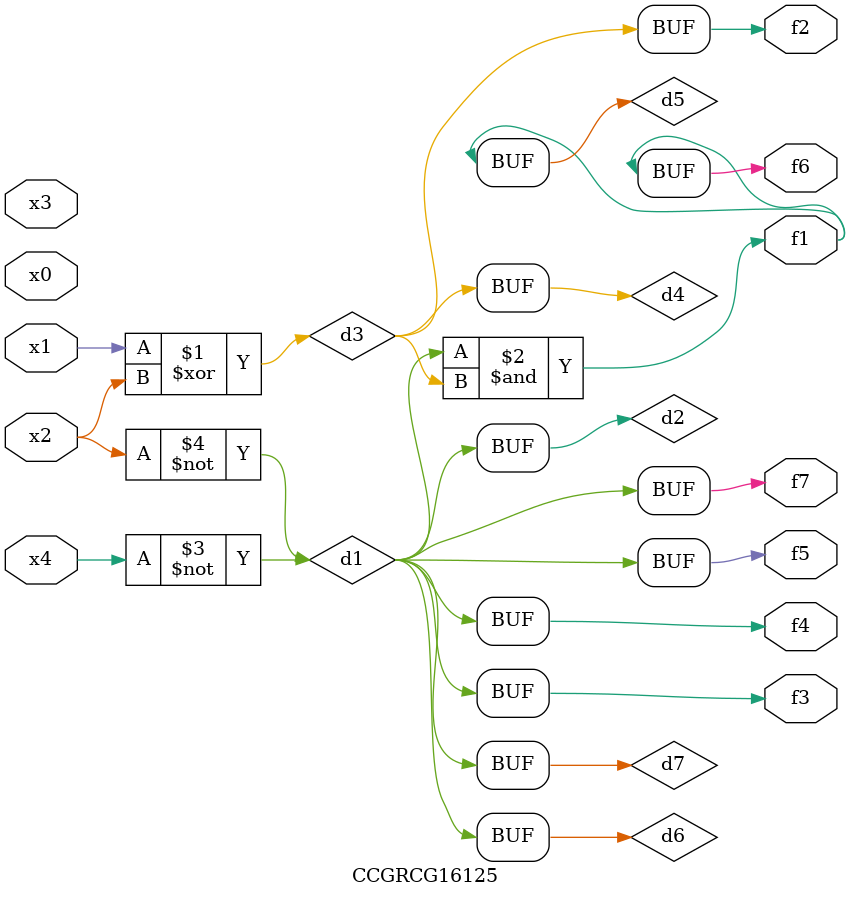
<source format=v>
module CCGRCG16125(
	input x0, x1, x2, x3, x4,
	output f1, f2, f3, f4, f5, f6, f7
);

	wire d1, d2, d3, d4, d5, d6, d7;

	not (d1, x4);
	not (d2, x2);
	xor (d3, x1, x2);
	buf (d4, d3);
	and (d5, d1, d3);
	buf (d6, d1, d2);
	buf (d7, d2);
	assign f1 = d5;
	assign f2 = d4;
	assign f3 = d7;
	assign f4 = d7;
	assign f5 = d7;
	assign f6 = d5;
	assign f7 = d7;
endmodule

</source>
